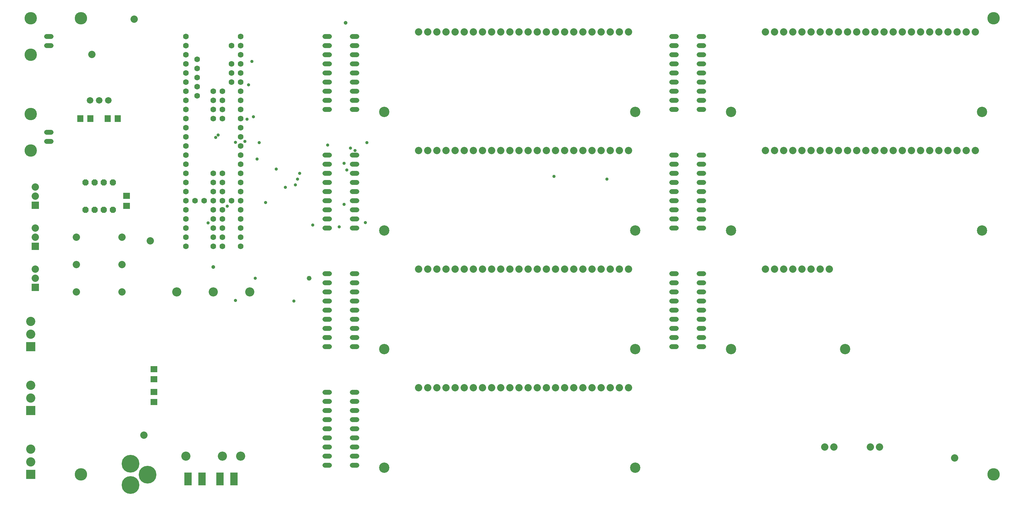
<source format=gbr>
G04 EAGLE Gerber RS-274X export*
G75*
%MOMM*%
%FSLAX34Y34*%
%LPD*%
%INSoldermask Top*%
%IPPOS*%
%AMOC8*
5,1,8,0,0,1.08239X$1,22.5*%
G01*
%ADD10C,2.870200*%
%ADD11P,1.896997X8X202.500000*%
%ADD12C,4.952400*%
%ADD13C,1.371600*%
%ADD14C,1.828800*%
%ADD15C,1.358800*%
%ADD16C,3.452400*%
%ADD17C,2.552400*%
%ADD18R,2.032000X2.032000*%
%ADD19C,2.032000*%
%ADD20R,2.565400X2.565400*%
%ADD21C,2.565400*%
%ADD22C,3.454400*%
%ADD23R,1.752400X1.952400*%
%ADD24R,1.952400X1.752400*%
%ADD25R,2.052400X3.552400*%
%ADD26C,1.600200*%
%ADD27C,1.320800*%
%ADD28C,1.066800*%
%ADD29C,0.914400*%


D10*
X1733550Y1073150D03*
X1035050Y1073150D03*
X1733550Y742950D03*
X1035050Y742950D03*
X1733550Y412750D03*
X1035050Y412750D03*
X1733550Y82550D03*
X1035050Y82550D03*
X2698750Y1073150D03*
X2000250Y1073150D03*
X2698750Y742950D03*
X2000250Y742950D03*
X2317750Y412750D03*
X2000250Y412750D03*
D11*
X279400Y876300D03*
X254000Y876300D03*
X228600Y876300D03*
X203200Y876300D03*
X203200Y800100D03*
X228600Y800100D03*
X254000Y800100D03*
X279400Y800100D03*
D12*
X376200Y62900D03*
X329200Y92900D03*
X329200Y33900D03*
D13*
X870204Y1282700D02*
X882396Y1282700D01*
X882396Y1257300D02*
X870204Y1257300D01*
X870204Y1130300D02*
X882396Y1130300D01*
X882396Y1104900D02*
X870204Y1104900D01*
X870204Y1231900D02*
X882396Y1231900D01*
X882396Y1206500D02*
X870204Y1206500D01*
X870204Y1155700D02*
X882396Y1155700D01*
X882396Y1181100D02*
X870204Y1181100D01*
X870204Y1079500D02*
X882396Y1079500D01*
X946404Y1079500D02*
X958596Y1079500D01*
X958596Y1104900D02*
X946404Y1104900D01*
X946404Y1130300D02*
X958596Y1130300D01*
X958596Y1155700D02*
X946404Y1155700D01*
X946404Y1181100D02*
X958596Y1181100D01*
X958596Y1206500D02*
X946404Y1206500D01*
X946404Y1231900D02*
X958596Y1231900D01*
X958596Y1257300D02*
X946404Y1257300D01*
X946404Y1282700D02*
X958596Y1282700D01*
D14*
X215900Y1104900D03*
X241300Y1104900D03*
X266700Y1104900D03*
D15*
X107632Y1257300D02*
X95568Y1257300D01*
X95568Y1282700D02*
X107632Y1282700D01*
D16*
X50800Y1231900D03*
X50800Y1333500D03*
D17*
X635000Y114300D03*
X584200Y114300D03*
X558800Y571500D03*
X457200Y571500D03*
X482600Y114300D03*
X660400Y571500D03*
D18*
X63500Y698500D03*
D19*
X63500Y723900D03*
X63500Y749300D03*
D18*
X63500Y584200D03*
D19*
X63500Y609600D03*
X63500Y635000D03*
D20*
X50800Y241300D03*
D21*
X50800Y276300D03*
X50800Y311300D03*
D20*
X50800Y419100D03*
D21*
X50800Y454100D03*
X50800Y489100D03*
D19*
X1130300Y1295400D03*
X1155700Y1295400D03*
X1181100Y1295400D03*
X1206500Y1295400D03*
X1231900Y1295400D03*
X1257300Y1295400D03*
X1282700Y1295400D03*
X1308100Y1295400D03*
X1333500Y1295400D03*
X1358900Y1295400D03*
X1384300Y1295400D03*
X1409700Y1295400D03*
X1435100Y1295400D03*
X1460500Y1295400D03*
X1485900Y1295400D03*
X1511300Y1295400D03*
X1536700Y1295400D03*
X1562100Y1295400D03*
X1587500Y1295400D03*
X1612900Y1295400D03*
X1638300Y1295400D03*
X1663700Y1295400D03*
X1689100Y1295400D03*
X1714500Y1295400D03*
D22*
X190500Y63500D03*
X190500Y1333500D03*
X2730500Y1333500D03*
X2730500Y63500D03*
D19*
X304800Y723900D03*
X177800Y723900D03*
X177800Y647700D03*
X304800Y647700D03*
X177800Y571500D03*
X304800Y571500D03*
D23*
X293400Y1054100D03*
X265400Y1054100D03*
X217200Y1054100D03*
X189200Y1054100D03*
D24*
X317500Y811500D03*
X317500Y839500D03*
D19*
X2622550Y109220D03*
X220980Y1233170D03*
X383540Y713740D03*
X339090Y1330960D03*
X365760Y172720D03*
D24*
X393700Y328900D03*
X393700Y356900D03*
X393700Y293400D03*
X393700Y265400D03*
D25*
X577400Y50800D03*
X616400Y50800D03*
D26*
X482600Y1282700D03*
X482600Y1257300D03*
X482600Y1231900D03*
X482600Y1206500D03*
X482600Y1181100D03*
X482600Y1155700D03*
X482600Y1130300D03*
X482600Y1104900D03*
X482600Y1079500D03*
X482600Y1054100D03*
X482600Y1028700D03*
X482600Y1003300D03*
X482600Y977900D03*
X482600Y952500D03*
X482600Y901700D03*
X482600Y876300D03*
X482600Y850900D03*
X482600Y825500D03*
X609600Y825500D03*
X635000Y952500D03*
X635000Y977900D03*
X635000Y1003300D03*
X635000Y1028700D03*
X635000Y1054100D03*
X635000Y1079500D03*
X635000Y1104900D03*
X635000Y1130300D03*
X635000Y1155700D03*
X635000Y1181100D03*
X635000Y1206500D03*
X635000Y1231900D03*
X635000Y1257300D03*
X635000Y1282700D03*
X609600Y1257300D03*
X609600Y1206500D03*
X609600Y1181100D03*
X609600Y1155700D03*
X514350Y1117600D03*
X482600Y927100D03*
X514350Y1168400D03*
X514350Y1219200D03*
X558800Y1054100D03*
X558800Y1079500D03*
X514350Y1143000D03*
X514350Y1193800D03*
X584200Y1054100D03*
X584200Y1079500D03*
X584200Y1104900D03*
X584200Y1130300D03*
X558800Y1104900D03*
X558800Y1130300D03*
X508000Y825500D03*
X635000Y825500D03*
X635000Y850900D03*
X635000Y876300D03*
X635000Y901700D03*
X635000Y927100D03*
X533400Y825500D03*
X558800Y825500D03*
X584200Y825500D03*
X482600Y800100D03*
X482600Y774700D03*
X482600Y749300D03*
X482600Y723900D03*
X482600Y698500D03*
X635000Y698500D03*
X635000Y800100D03*
X635000Y774700D03*
X635000Y749300D03*
X635000Y723900D03*
X558800Y850900D03*
X558800Y876300D03*
X558800Y901700D03*
X584200Y901700D03*
X584200Y876300D03*
X584200Y850900D03*
X558800Y800100D03*
X558800Y774700D03*
X558800Y749300D03*
X558800Y723900D03*
X558800Y698500D03*
X584200Y800100D03*
X584200Y774700D03*
X584200Y749300D03*
X584200Y723900D03*
X584200Y698500D03*
D15*
X107632Y990600D02*
X95568Y990600D01*
X95568Y1016000D02*
X107632Y1016000D01*
D16*
X50800Y965200D03*
X50800Y1066800D03*
D13*
X870204Y952500D02*
X882396Y952500D01*
X882396Y927100D02*
X870204Y927100D01*
X870204Y800100D02*
X882396Y800100D01*
X882396Y774700D02*
X870204Y774700D01*
X870204Y901700D02*
X882396Y901700D01*
X882396Y876300D02*
X870204Y876300D01*
X870204Y825500D02*
X882396Y825500D01*
X882396Y850900D02*
X870204Y850900D01*
X870204Y749300D02*
X882396Y749300D01*
X946404Y749300D02*
X958596Y749300D01*
X958596Y774700D02*
X946404Y774700D01*
X946404Y800100D02*
X958596Y800100D01*
X958596Y825500D02*
X946404Y825500D01*
X946404Y850900D02*
X958596Y850900D01*
X958596Y876300D02*
X946404Y876300D01*
X946404Y901700D02*
X958596Y901700D01*
X958596Y927100D02*
X946404Y927100D01*
X946404Y952500D02*
X958596Y952500D01*
D19*
X1130300Y965200D03*
X1155700Y965200D03*
X1181100Y965200D03*
X1206500Y965200D03*
X1231900Y965200D03*
X1257300Y965200D03*
X1282700Y965200D03*
X1308100Y965200D03*
X1333500Y965200D03*
X1358900Y965200D03*
X1384300Y965200D03*
X1409700Y965200D03*
X1435100Y965200D03*
X1460500Y965200D03*
X1485900Y965200D03*
X1511300Y965200D03*
X1536700Y965200D03*
X1562100Y965200D03*
X1587500Y965200D03*
X1612900Y965200D03*
X1638300Y965200D03*
X1663700Y965200D03*
X1689100Y965200D03*
X1714500Y965200D03*
D13*
X882396Y622300D02*
X870204Y622300D01*
X870204Y596900D02*
X882396Y596900D01*
X882396Y469900D02*
X870204Y469900D01*
X870204Y444500D02*
X882396Y444500D01*
X882396Y571500D02*
X870204Y571500D01*
X870204Y546100D02*
X882396Y546100D01*
X882396Y495300D02*
X870204Y495300D01*
X870204Y520700D02*
X882396Y520700D01*
X882396Y419100D02*
X870204Y419100D01*
X946404Y419100D02*
X958596Y419100D01*
X958596Y444500D02*
X946404Y444500D01*
X946404Y469900D02*
X958596Y469900D01*
X958596Y495300D02*
X946404Y495300D01*
X946404Y520700D02*
X958596Y520700D01*
X958596Y546100D02*
X946404Y546100D01*
X946404Y571500D02*
X958596Y571500D01*
X958596Y596900D02*
X946404Y596900D01*
X946404Y622300D02*
X958596Y622300D01*
D19*
X1130300Y635000D03*
X1155700Y635000D03*
X1181100Y635000D03*
X1206500Y635000D03*
X1231900Y635000D03*
X1257300Y635000D03*
X1282700Y635000D03*
X1308100Y635000D03*
X1333500Y635000D03*
X1358900Y635000D03*
X1384300Y635000D03*
X1409700Y635000D03*
X1435100Y635000D03*
X1460500Y635000D03*
X1485900Y635000D03*
X1511300Y635000D03*
X1536700Y635000D03*
X1562100Y635000D03*
X1587500Y635000D03*
X1612900Y635000D03*
X1638300Y635000D03*
X1663700Y635000D03*
X1689100Y635000D03*
X1714500Y635000D03*
D13*
X882396Y292100D02*
X870204Y292100D01*
X870204Y266700D02*
X882396Y266700D01*
X882396Y139700D02*
X870204Y139700D01*
X870204Y114300D02*
X882396Y114300D01*
X882396Y241300D02*
X870204Y241300D01*
X870204Y215900D02*
X882396Y215900D01*
X882396Y165100D02*
X870204Y165100D01*
X870204Y190500D02*
X882396Y190500D01*
X882396Y88900D02*
X870204Y88900D01*
X946404Y88900D02*
X958596Y88900D01*
X958596Y114300D02*
X946404Y114300D01*
X946404Y139700D02*
X958596Y139700D01*
X958596Y165100D02*
X946404Y165100D01*
X946404Y190500D02*
X958596Y190500D01*
X958596Y215900D02*
X946404Y215900D01*
X946404Y241300D02*
X958596Y241300D01*
X958596Y266700D02*
X946404Y266700D01*
X946404Y292100D02*
X958596Y292100D01*
D19*
X1130300Y304800D03*
X1155700Y304800D03*
X1181100Y304800D03*
X1206500Y304800D03*
X1231900Y304800D03*
X1257300Y304800D03*
X1282700Y304800D03*
X1308100Y304800D03*
X1333500Y304800D03*
X1358900Y304800D03*
X1384300Y304800D03*
X1409700Y304800D03*
X1435100Y304800D03*
X1460500Y304800D03*
X1485900Y304800D03*
X1511300Y304800D03*
X1536700Y304800D03*
X1562100Y304800D03*
X1587500Y304800D03*
X1612900Y304800D03*
X1638300Y304800D03*
X1663700Y304800D03*
X1689100Y304800D03*
X1714500Y304800D03*
D13*
X1835404Y1282700D02*
X1847596Y1282700D01*
X1847596Y1257300D02*
X1835404Y1257300D01*
X1835404Y1130300D02*
X1847596Y1130300D01*
X1847596Y1104900D02*
X1835404Y1104900D01*
X1835404Y1231900D02*
X1847596Y1231900D01*
X1847596Y1206500D02*
X1835404Y1206500D01*
X1835404Y1155700D02*
X1847596Y1155700D01*
X1847596Y1181100D02*
X1835404Y1181100D01*
X1835404Y1079500D02*
X1847596Y1079500D01*
X1911604Y1079500D02*
X1923796Y1079500D01*
X1923796Y1104900D02*
X1911604Y1104900D01*
X1911604Y1130300D02*
X1923796Y1130300D01*
X1923796Y1155700D02*
X1911604Y1155700D01*
X1911604Y1181100D02*
X1923796Y1181100D01*
X1923796Y1206500D02*
X1911604Y1206500D01*
X1911604Y1231900D02*
X1923796Y1231900D01*
X1923796Y1257300D02*
X1911604Y1257300D01*
X1911604Y1282700D02*
X1923796Y1282700D01*
D19*
X2095500Y1295400D03*
X2120900Y1295400D03*
X2146300Y1295400D03*
X2171700Y1295400D03*
X2197100Y1295400D03*
X2222500Y1295400D03*
X2247900Y1295400D03*
X2273300Y1295400D03*
X2298700Y1295400D03*
X2324100Y1295400D03*
X2349500Y1295400D03*
X2374900Y1295400D03*
X2400300Y1295400D03*
X2425700Y1295400D03*
X2451100Y1295400D03*
X2476500Y1295400D03*
X2501900Y1295400D03*
X2527300Y1295400D03*
X2552700Y1295400D03*
X2578100Y1295400D03*
X2603500Y1295400D03*
X2628900Y1295400D03*
X2654300Y1295400D03*
X2679700Y1295400D03*
D13*
X1847596Y952500D02*
X1835404Y952500D01*
X1835404Y927100D02*
X1847596Y927100D01*
X1847596Y800100D02*
X1835404Y800100D01*
X1835404Y774700D02*
X1847596Y774700D01*
X1847596Y901700D02*
X1835404Y901700D01*
X1835404Y876300D02*
X1847596Y876300D01*
X1847596Y825500D02*
X1835404Y825500D01*
X1835404Y850900D02*
X1847596Y850900D01*
X1847596Y749300D02*
X1835404Y749300D01*
X1911604Y749300D02*
X1923796Y749300D01*
X1923796Y774700D02*
X1911604Y774700D01*
X1911604Y800100D02*
X1923796Y800100D01*
X1923796Y825500D02*
X1911604Y825500D01*
X1911604Y850900D02*
X1923796Y850900D01*
X1923796Y876300D02*
X1911604Y876300D01*
X1911604Y901700D02*
X1923796Y901700D01*
X1923796Y927100D02*
X1911604Y927100D01*
X1911604Y952500D02*
X1923796Y952500D01*
D19*
X2095500Y965200D03*
X2120900Y965200D03*
X2146300Y965200D03*
X2171700Y965200D03*
X2197100Y965200D03*
X2222500Y965200D03*
X2247900Y965200D03*
X2273300Y965200D03*
X2298700Y965200D03*
X2324100Y965200D03*
X2349500Y965200D03*
X2374900Y965200D03*
X2400300Y965200D03*
X2425700Y965200D03*
X2451100Y965200D03*
X2476500Y965200D03*
X2501900Y965200D03*
X2527300Y965200D03*
X2552700Y965200D03*
X2578100Y965200D03*
X2603500Y965200D03*
X2628900Y965200D03*
X2654300Y965200D03*
X2679700Y965200D03*
D13*
X1847596Y622300D02*
X1835404Y622300D01*
X1835404Y596900D02*
X1847596Y596900D01*
X1847596Y469900D02*
X1835404Y469900D01*
X1835404Y444500D02*
X1847596Y444500D01*
X1847596Y571500D02*
X1835404Y571500D01*
X1835404Y546100D02*
X1847596Y546100D01*
X1847596Y495300D02*
X1835404Y495300D01*
X1835404Y520700D02*
X1847596Y520700D01*
X1847596Y419100D02*
X1835404Y419100D01*
X1911604Y419100D02*
X1923796Y419100D01*
X1923796Y444500D02*
X1911604Y444500D01*
X1911604Y469900D02*
X1923796Y469900D01*
X1923796Y495300D02*
X1911604Y495300D01*
X1911604Y520700D02*
X1923796Y520700D01*
X1923796Y546100D02*
X1911604Y546100D01*
X1911604Y571500D02*
X1923796Y571500D01*
X1923796Y596900D02*
X1911604Y596900D01*
X1911604Y622300D02*
X1923796Y622300D01*
D19*
X2260600Y139700D03*
X2286000Y139700D03*
X2387600Y139700D03*
X2413000Y139700D03*
X2095500Y635000D03*
X2120900Y635000D03*
X2146300Y635000D03*
X2171700Y635000D03*
X2197100Y635000D03*
X2222500Y635000D03*
X2247900Y635000D03*
X2273300Y635000D03*
D18*
X63500Y812800D03*
D19*
X63500Y838200D03*
X63500Y863600D03*
D20*
X50800Y63500D03*
D21*
X50800Y98500D03*
X50800Y133500D03*
D25*
X527500Y50800D03*
X488500Y50800D03*
D27*
X825500Y609600D03*
D28*
X558800Y641350D03*
X927100Y1320800D03*
D29*
X573024Y1008888D03*
X666496Y1213104D03*
X787400Y869696D03*
X680720Y941832D03*
X565912Y1001776D03*
X783336Y546608D03*
X544576Y764032D03*
X598424Y810768D03*
X982472Y765048D03*
X954024Y965200D03*
X734568Y913384D03*
X1507744Y893064D03*
X923544Y815848D03*
X986536Y987552D03*
X686816Y987552D03*
X620776Y988568D03*
X940816Y972312D03*
X670560Y1059688D03*
X909320Y752856D03*
X657352Y1148080D03*
X877824Y980440D03*
X1655064Y885952D03*
X653288Y1052576D03*
X705104Y820928D03*
X799592Y902208D03*
X647192Y990600D03*
X620776Y547624D03*
X675640Y609600D03*
X836168Y757936D03*
X930656Y911352D03*
X759968Y862584D03*
X923544Y929640D03*
X793496Y885952D03*
M02*

</source>
